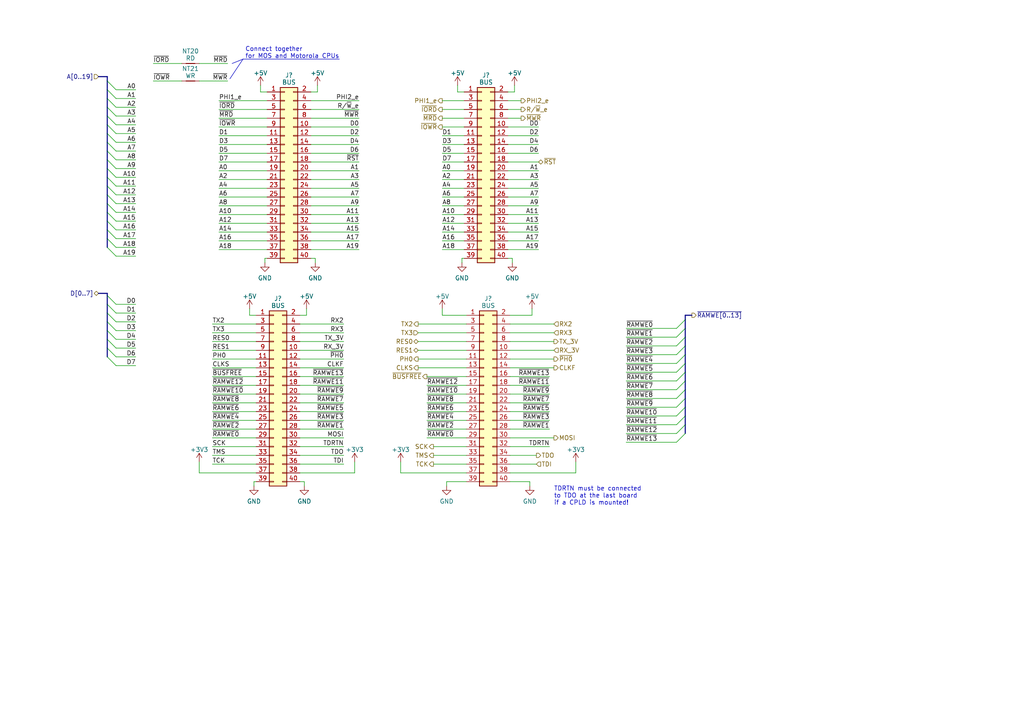
<source format=kicad_sch>
(kicad_sch (version 20230121) (generator eeschema)
  (paper "A4")
  (title_block (title "Unicomp v2 - empty CPU Board") (date "2023-07-06") (rev "v1") (company "100% Offner") (comment 1 "v1: Initial"))
  (lib_symbols
    (symbol "Connector_Generic:Conn_02x20_Odd_Even" (pin_names (offset 1.016) hide)
      (property "Reference" "J" (at 1.27 25.4 0))
      (property "Value" "Conn_02x20_Odd_Even" (at 1.27 -27.94 0))
      (symbol "Conn_02x20_Odd_Even_1_1"
        (rectangle (start -1.27 -25.273) (end 0 -25.527) (stroke (width 0.1524)))
        (rectangle (start -1.27 -22.733) (end 0 -22.987) (stroke (width 0.1524)))
        (rectangle (start -1.27 -20.193) (end 0 -20.447) (stroke (width 0.1524)))
        (rectangle (start -1.27 -17.653) (end 0 -17.907) (stroke (width 0.1524)))
        (rectangle (start -1.27 -15.113) (end 0 -15.367) (stroke (width 0.1524)))
        (rectangle (start -1.27 -12.573) (end 0 -12.827) (stroke (width 0.1524)))
        (rectangle (start -1.27 -10.033) (end 0 -10.287) (stroke (width 0.1524)))
        (rectangle (start -1.27 -7.493) (end 0 -7.747) (stroke (width 0.1524)))
        (rectangle (start -1.27 -4.953) (end 0 -5.207) (stroke (width 0.1524)))
        (rectangle (start -1.27 -2.413) (end 0 -2.667) (stroke (width 0.1524)))
        (rectangle (start -1.27 0.127) (end 0 -0.127) (stroke (width 0.1524)))
        (rectangle (start -1.27 2.667) (end 0 2.413) (stroke (width 0.1524)))
        (rectangle (start -1.27 5.207) (end 0 4.953) (stroke (width 0.1524)))
        (rectangle (start -1.27 7.747) (end 0 7.493) (stroke (width 0.1524)))
        (rectangle (start -1.27 10.287) (end 0 10.033) (stroke (width 0.1524)))
        (rectangle (start -1.27 12.827) (end 0 12.573) (stroke (width 0.1524)))
        (rectangle (start -1.27 15.367) (end 0 15.113) (stroke (width 0.1524)))
        (rectangle (start -1.27 17.907) (end 0 17.653) (stroke (width 0.1524)))
        (rectangle (start -1.27 20.447) (end 0 20.193) (stroke (width 0.1524)))
        (rectangle (start -1.27 22.987) (end 0 22.733) (stroke (width 0.1524)))
        (rectangle (start -1.27 24.13) (end 3.81 -26.67) (stroke (width 0.254)) (fill (type background)))
        (rectangle (start 3.81 -25.273) (end 2.54 -25.527) (stroke (width 0.1524)))
        (rectangle (start 3.81 -22.733) (end 2.54 -22.987) (stroke (width 0.1524)))
        (rectangle (start 3.81 -20.193) (end 2.54 -20.447) (stroke (width 0.1524)))
        (rectangle (start 3.81 -17.653) (end 2.54 -17.907) (stroke (width 0.1524)))
        (rectangle (start 3.81 -15.113) (end 2.54 -15.367) (stroke (width 0.1524)))
        (rectangle (start 3.81 -12.573) (end 2.54 -12.827) (stroke (width 0.1524)))
        (rectangle (start 3.81 -10.033) (end 2.54 -10.287) (stroke (width 0.1524)))
        (rectangle (start 3.81 -7.493) (end 2.54 -7.747) (stroke (width 0.1524)))
        (rectangle (start 3.81 -4.953) (end 2.54 -5.207) (stroke (width 0.1524)))
        (rectangle (start 3.81 -2.413) (end 2.54 -2.667) (stroke (width 0.1524)))
        (rectangle (start 3.81 0.127) (end 2.54 -0.127) (stroke (width 0.1524)))
        (rectangle (start 3.81 2.667) (end 2.54 2.413) (stroke (width 0.1524)))
        (rectangle (start 3.81 5.207) (end 2.54 4.953) (stroke (width 0.1524)))
        (rectangle (start 3.81 7.747) (end 2.54 7.493) (stroke (width 0.1524)))
        (rectangle (start 3.81 10.287) (end 2.54 10.033) (stroke (width 0.1524)))
        (rectangle (start 3.81 12.827) (end 2.54 12.573) (stroke (width 0.1524)))
        (rectangle (start 3.81 15.367) (end 2.54 15.113) (stroke (width 0.1524)))
        (rectangle (start 3.81 17.907) (end 2.54 17.653) (stroke (width 0.1524)))
        (rectangle (start 3.81 20.447) (end 2.54 20.193) (stroke (width 0.1524)))
        (rectangle (start 3.81 22.987) (end 2.54 22.733) (stroke (width 0.1524)))
        (pin passive line (at -5.08 22.86 0) (length 3.81) (name "Pin_1") (number "1"))
        (pin passive line (at 7.62 12.7 180) (length 3.81) (name "Pin_10") (number "10"))
        (pin passive line (at -5.08 10.16 0) (length 3.81) (name "Pin_11") (number "11"))
        (pin passive line (at 7.62 10.16 180) (length 3.81) (name "Pin_12") (number "12"))
        (pin passive line (at -5.08 7.62 0) (length 3.81) (name "Pin_13") (number "13"))
        (pin passive line (at 7.62 7.62 180) (length 3.81) (name "Pin_14") (number "14"))
        (pin passive line (at -5.08 5.08 0) (length 3.81) (name "Pin_15") (number "15"))
        (pin passive line (at 7.62 5.08 180) (length 3.81) (name "Pin_16") (number "16"))
        (pin passive line (at -5.08 2.54 0) (length 3.81) (name "Pin_17") (number "17"))
        (pin passive line (at 7.62 2.54 180) (length 3.81) (name "Pin_18") (number "18"))
        (pin passive line (at -5.08 0 0) (length 3.81) (name "Pin_19") (number "19"))
        (pin passive line (at 7.62 22.86 180) (length 3.81) (name "Pin_2") (number "2"))
        (pin passive line (at 7.62 0 180) (length 3.81) (name "Pin_20") (number "20"))
        (pin passive line (at -5.08 -2.54 0) (length 3.81) (name "Pin_21") (number "21"))
        (pin passive line (at 7.62 -2.54 180) (length 3.81) (name "Pin_22") (number "22"))
        (pin passive line (at -5.08 -5.08 0) (length 3.81) (name "Pin_23") (number "23"))
        (pin passive line (at 7.62 -5.08 180) (length 3.81) (name "Pin_24") (number "24"))
        (pin passive line (at -5.08 -7.62 0) (length 3.81) (name "Pin_25") (number "25"))
        (pin passive line (at 7.62 -7.62 180) (length 3.81) (name "Pin_26") (number "26"))
        (pin passive line (at -5.08 -10.16 0) (length 3.81) (name "Pin_27") (number "27"))
        (pin passive line (at 7.62 -10.16 180) (length 3.81) (name "Pin_28") (number "28"))
        (pin passive line (at -5.08 -12.7 0) (length 3.81) (name "Pin_29") (number "29"))
        (pin passive line (at -5.08 20.32 0) (length 3.81) (name "Pin_3") (number "3"))
        (pin passive line (at 7.62 -12.7 180) (length 3.81) (name "Pin_30") (number "30"))
        (pin passive line (at -5.08 -15.24 0) (length 3.81) (name "Pin_31") (number "31"))
        (pin passive line (at 7.62 -15.24 180) (length 3.81) (name "Pin_32") (number "32"))
        (pin passive line (at -5.08 -17.78 0) (length 3.81) (name "Pin_33") (number "33"))
        (pin passive line (at 7.62 -17.78 180) (length 3.81) (name "Pin_34") (number "34"))
        (pin passive line (at -5.08 -20.32 0) (length 3.81) (name "Pin_35") (number "35"))
        (pin passive line (at 7.62 -20.32 180) (length 3.81) (name "Pin_36") (number "36"))
        (pin passive line (at -5.08 -22.86 0) (length 3.81) (name "Pin_37") (number "37"))
        (pin passive line (at 7.62 -22.86 180) (length 3.81) (name "Pin_38") (number "38"))
        (pin passive line (at -5.08 -25.4 0) (length 3.81) (name "Pin_39") (number "39"))
        (pin passive line (at 7.62 20.32 180) (length 3.81) (name "Pin_4") (number "4"))
        (pin passive line (at 7.62 -25.4 180) (length 3.81) (name "Pin_40") (number "40"))
        (pin passive line (at -5.08 17.78 0) (length 3.81) (name "Pin_5") (number "5"))
        (pin passive line (at 7.62 17.78 180) (length 3.81) (name "Pin_6") (number "6"))
        (pin passive line (at -5.08 15.24 0) (length 3.81) (name "Pin_7") (number "7"))
        (pin passive line (at 7.62 15.24 180) (length 3.81) (name "Pin_8") (number "8"))
        (pin passive line (at -5.08 12.7 0) (length 3.81) (name "Pin_9") (number "9"))
      )
    )
    (symbol "Device:NetTie_2" (pin_numbers hide) (pin_names (offset 0) hide) (in_bom no)
      (property "Reference" "NT" (at 0 1.27 0))
      (property "Value" "NetTie_2" (at 0 -1.27 0))
      (symbol "NetTie_2_0_1"
        (polyline (pts (xy -1.27 0) (xy 1.27 0)) (stroke (width 0.254)))
      )
      (symbol "NetTie_2_1_1"
        (pin passive line (at -2.54 0 0) (length 2.54) (name "1") (number "1"))
        (pin passive line (at 2.54 0 180) (length 2.54) (name "2") (number "2"))
      )
    )
    (symbol "power:+3V3" (power) (pin_names (offset 0))
      (property "Value" "+3V3" (at 0 3.556 0))
      (symbol "+3V3_0_1"
        (polyline (pts (xy -0.762 1.27) (xy 0 2.54)))
        (polyline (pts (xy 0 0) (xy 0 2.54)))
        (polyline (pts (xy 0 2.54) (xy 0.762 1.27)))
      )
      (symbol "+3V3_1_1"
        (pin power_in line (at 0 0 90) (length 0) hide (name "+3V3") (number "1"))
      )
    )
    (symbol "power:+5V" (power) (pin_names (offset 0))
      (property "Value" "+5V" (at 0 3.556 0))
      (symbol "+5V_0_1"
        (polyline (pts (xy -0.762 1.27) (xy 0 2.54)))
        (polyline (pts (xy 0 0) (xy 0 2.54)))
        (polyline (pts (xy 0 2.54) (xy 0.762 1.27)))
      )
      (symbol "+5V_1_1"
        (pin power_in line (at 0 0 90) (length 0) hide (name "+5V") (number "1"))
      )
    )
    (symbol "power:GND" (power) (pin_names (offset 0))
      (property "Value" "GND" (at 0 -3.81 0))
      (symbol "GND_0_1"
        (polyline (pts (xy 0 0) (xy 0 -1.27) (xy 1.27 -1.27) (xy 0 -2.54) (xy -1.27 -1.27) (xy 0 -1.27)))
      )
      (symbol "GND_1_1"
        (pin power_in line (at 0 0 270) (length 0) hide (name "GND") (number "1"))
      )
    )
  )
  (bus_entry (at 31.115 64.135) (size 2.54 2.54))
  (bus_entry (at 198.755 113.03) (size -2.54 2.54))
  (bus_entry (at 198.755 102.87) (size -2.54 2.54))
  (bus_entry (at 198.755 100.33) (size -2.54 2.54))
  (bus_entry (at 31.115 56.515) (size 2.54 2.54))
  (bus_entry (at 198.755 123.19) (size -2.54 2.54))
  (bus_entry (at 31.115 48.895) (size 2.54 2.54))
  (bus_entry (at 31.115 33.655) (size 2.54 2.54))
  (bus_entry (at 198.755 97.79) (size -2.54 2.54))
  (bus_entry (at 31.115 61.595) (size 2.54 2.54))
  (bus_entry (at 198.755 115.57) (size -2.54 2.54))
  (bus_entry (at 31.115 93.345) (size 2.54 2.54))
  (bus_entry (at 31.115 85.725) (size 2.54 2.54))
  (bus_entry (at 31.115 100.965) (size 2.54 2.54))
  (bus_entry (at 198.755 110.49) (size -2.54 2.54))
  (bus_entry (at 31.115 36.195) (size 2.54 2.54))
  (bus_entry (at 31.115 23.495) (size 2.54 2.54))
  (bus_entry (at 31.115 53.975) (size 2.54 2.54))
  (bus_entry (at 31.115 43.815) (size 2.54 2.54))
  (bus_entry (at 31.115 88.265) (size 2.54 2.54))
  (bus_entry (at 31.115 41.275) (size 2.54 2.54))
  (bus_entry (at 31.115 46.355) (size 2.54 2.54))
  (bus_entry (at 31.115 38.735) (size 2.54 2.54))
  (bus_entry (at 198.755 120.65) (size -2.54 2.54))
  (bus_entry (at 31.115 31.115) (size 2.54 2.54))
  (bus_entry (at 31.115 28.575) (size 2.54 2.54))
  (bus_entry (at 198.755 107.95) (size -2.54 2.54))
  (bus_entry (at 198.755 125.73) (size -2.54 2.54))
  (bus_entry (at 31.115 69.215) (size 2.54 2.54))
  (bus_entry (at 31.115 66.675) (size 2.54 2.54))
  (bus_entry (at 31.115 98.425) (size 2.54 2.54))
  (bus_entry (at 198.755 95.25) (size -2.54 2.54))
  (bus_entry (at 31.115 26.035) (size 2.54 2.54))
  (bus_entry (at 31.115 90.805) (size 2.54 2.54))
  (bus_entry (at 31.115 71.755) (size 2.54 2.54))
  (bus_entry (at 31.115 51.435) (size 2.54 2.54))
  (bus_entry (at 198.755 92.71) (size -2.54 2.54))
  (bus_entry (at 198.755 105.41) (size -2.54 2.54))
  (bus_entry (at 31.115 59.055) (size 2.54 2.54))
  (bus_entry (at 198.755 118.11) (size -2.54 2.54))
  (bus_entry (at 31.115 95.885) (size 2.54 2.54))
  (bus_entry (at 31.115 103.505) (size 2.54 2.54))
  (wire (pts (xy 116.205 137.16) (xy 135.255 137.16)))
  (wire (pts (xy 147.955 99.06) (xy 160.655 99.06)))
  (wire (pts (xy 61.595 129.54) (xy 74.295 129.54)))
  (wire (pts (xy 147.955 127) (xy 160.655 127)))
  (wire (pts (xy 39.37 93.345) (xy 33.655 93.345)))
  (wire (pts (xy 61.595 121.92) (xy 74.295 121.92)))
  (wire (pts (xy 128.27 41.91) (xy 134.62 41.91)))
  (wire (pts (xy 181.61 95.25) (xy 196.215 95.25)))
  (bus (pts (xy 198.755 102.87) (xy 198.755 105.41)))
  (wire (pts (xy 73.66 140.97) (xy 73.66 139.7)))
  (wire (pts (xy 72.39 89.535) (xy 72.39 91.44)))
  (wire (pts (xy 147.955 119.38) (xy 159.385 119.38)))
  (wire (pts (xy 147.955 104.14) (xy 160.655 104.14)))
  (bus (pts (xy 31.115 93.345) (xy 31.115 90.805)))
  (wire (pts (xy 147.955 132.08) (xy 155.575 132.08)))
  (wire (pts (xy 86.995 106.68) (xy 99.695 106.68)))
  (bus (pts (xy 31.115 31.115) (xy 31.115 28.575)))
  (wire (pts (xy 88.9 89.535) (xy 88.9 91.44)))
  (wire (pts (xy 91.44 74.93) (xy 90.17 74.93)))
  (wire (pts (xy 147.955 114.3) (xy 159.385 114.3)))
  (wire (pts (xy 128.27 44.45) (xy 134.62 44.45)))
  (wire (pts (xy 63.5 29.21) (xy 77.47 29.21)))
  (wire (pts (xy 86.995 129.54) (xy 99.695 129.54)))
  (bus (pts (xy 198.755 97.79) (xy 198.755 100.33)))
  (wire (pts (xy 39.37 106.045) (xy 33.655 106.045)))
  (wire (pts (xy 128.27 39.37) (xy 134.62 39.37)))
  (bus (pts (xy 198.755 113.03) (xy 198.755 115.57)))
  (wire (pts (xy 63.5 64.77) (xy 77.47 64.77)))
  (wire (pts (xy 86.995 116.84) (xy 99.695 116.84)))
  (wire (pts (xy 39.37 69.215) (xy 33.655 69.215)))
  (bus (pts (xy 198.755 118.11) (xy 198.755 120.65)))
  (wire (pts (xy 86.995 137.16) (xy 102.87 137.16)))
  (wire (pts (xy 147.32 64.77) (xy 156.21 64.77)))
  (bus (pts (xy 198.755 115.57) (xy 198.755 118.11)))
  (wire (pts (xy 128.27 91.44) (xy 135.255 91.44)))
  (wire (pts (xy 147.32 54.61) (xy 156.21 54.61)))
  (wire (pts (xy 133.985 74.93) (xy 134.62 74.93)))
  (wire (pts (xy 90.17 64.77) (xy 104.14 64.77)))
  (wire (pts (xy 149.225 26.67) (xy 147.32 26.67)))
  (wire (pts (xy 61.595 119.38) (xy 74.295 119.38)))
  (wire (pts (xy 91.44 76.2) (xy 91.44 74.93)))
  (wire (pts (xy 90.17 59.69) (xy 104.14 59.69)))
  (wire (pts (xy 88.265 140.97) (xy 88.265 139.7)))
  (bus (pts (xy 31.115 69.215) (xy 31.115 66.675)))
  (wire (pts (xy 129.54 139.7) (xy 135.255 139.7)))
  (wire (pts (xy 63.5 36.83) (xy 77.47 36.83)))
  (wire (pts (xy 63.5 39.37) (xy 77.47 39.37)))
  (wire (pts (xy 86.995 99.06) (xy 99.695 99.06)))
  (wire (pts (xy 147.955 101.6) (xy 160.655 101.6)))
  (wire (pts (xy 128.27 69.85) (xy 134.62 69.85)))
  (bus (pts (xy 31.115 71.755) (xy 31.115 69.215)))
  (wire (pts (xy 148.59 76.2) (xy 148.59 74.93)))
  (bus (pts (xy 31.115 100.965) (xy 31.115 98.425)))
  (wire (pts (xy 61.595 109.22) (xy 74.295 109.22)))
  (wire (pts (xy 181.61 100.33) (xy 196.215 100.33)))
  (wire (pts (xy 123.825 116.84) (xy 135.255 116.84)))
  (wire (pts (xy 86.995 119.38) (xy 99.695 119.38)))
  (wire (pts (xy 147.955 109.22) (xy 159.385 109.22)))
  (bus (pts (xy 31.115 90.805) (xy 31.115 88.265)))
  (wire (pts (xy 128.27 46.99) (xy 134.62 46.99)))
  (wire (pts (xy 75.565 24.765) (xy 75.565 26.67)))
  (wire (pts (xy 147.955 116.84) (xy 159.385 116.84)))
  (wire (pts (xy 128.27 31.75) (xy 134.62 31.75)))
  (wire (pts (xy 86.995 134.62) (xy 99.695 134.62)))
  (wire (pts (xy 39.37 36.195) (xy 33.655 36.195)))
  (bus (pts (xy 200.66 91.44) (xy 198.755 91.44)))
  (wire (pts (xy 39.37 56.515) (xy 33.655 56.515)))
  (wire (pts (xy 153.67 139.7) (xy 147.955 139.7)))
  (wire (pts (xy 39.37 61.595) (xy 33.655 61.595)))
  (wire (pts (xy 149.225 24.765) (xy 149.225 26.67)))
  (wire (pts (xy 147.32 67.31) (xy 156.21 67.31)))
  (wire (pts (xy 128.27 57.15) (xy 134.62 57.15)))
  (wire (pts (xy 39.37 51.435) (xy 33.655 51.435)))
  (wire (pts (xy 90.17 36.83) (xy 104.14 36.83)))
  (wire (pts (xy 61.595 93.98) (xy 74.295 93.98)))
  (wire (pts (xy 76.835 74.93) (xy 77.47 74.93)))
  (wire (pts (xy 39.37 48.895) (xy 33.655 48.895)))
  (bus (pts (xy 31.115 43.815) (xy 31.115 41.275)))
  (wire (pts (xy 92.075 24.765) (xy 92.075 26.67)))
  (wire (pts (xy 86.995 96.52) (xy 99.695 96.52)))
  (wire (pts (xy 90.17 31.75) (xy 104.14 31.75)))
  (bus (pts (xy 198.755 91.44) (xy 198.755 92.71)))
  (bus (pts (xy 31.115 88.265) (xy 31.115 85.725)))
  (wire (pts (xy 39.37 90.805) (xy 33.655 90.805)))
  (wire (pts (xy 61.595 101.6) (xy 74.295 101.6)))
  (wire (pts (xy 129.54 140.97) (xy 129.54 139.7)))
  (wire (pts (xy 39.37 66.675) (xy 33.655 66.675)))
  (wire (pts (xy 147.32 41.91) (xy 156.21 41.91)))
  (wire (pts (xy 181.61 128.27) (xy 196.215 128.27)))
  (wire (pts (xy 147.32 39.37) (xy 156.21 39.37)))
  (wire (pts (xy 39.37 46.355) (xy 33.655 46.355)))
  (wire (pts (xy 128.27 59.69) (xy 134.62 59.69)))
  (wire (pts (xy 39.37 98.425) (xy 33.655 98.425)))
  (wire (pts (xy 147.955 106.68) (xy 160.655 106.68)))
  (wire (pts (xy 39.37 38.735) (xy 33.655 38.735)))
  (wire (pts (xy 125.73 129.54) (xy 135.255 129.54)))
  (wire (pts (xy 128.27 36.83) (xy 134.62 36.83)))
  (wire (pts (xy 128.27 52.07) (xy 134.62 52.07)))
  (wire (pts (xy 39.37 33.655) (xy 33.655 33.655)))
  (wire (pts (xy 63.5 31.75) (xy 77.47 31.75)))
  (wire (pts (xy 61.595 114.3) (xy 74.295 114.3)))
  (wire (pts (xy 86.995 114.3) (xy 99.695 114.3)))
  (wire (pts (xy 132.715 26.67) (xy 134.62 26.67)))
  (wire (pts (xy 181.61 105.41) (xy 196.215 105.41)))
  (wire (pts (xy 181.61 123.19) (xy 196.215 123.19)))
  (bus (pts (xy 31.115 38.735) (xy 31.115 36.195)))
  (wire (pts (xy 63.5 52.07) (xy 77.47 52.07)))
  (wire (pts (xy 86.995 111.76) (xy 99.695 111.76)))
  (bus (pts (xy 31.115 95.885) (xy 31.115 93.345)))
  (wire (pts (xy 39.37 43.815) (xy 33.655 43.815)))
  (wire (pts (xy 181.61 107.95) (xy 196.215 107.95)))
  (wire (pts (xy 147.32 72.39) (xy 156.21 72.39)))
  (wire (pts (xy 76.835 76.2) (xy 76.835 74.93)))
  (wire (pts (xy 63.5 72.39) (xy 77.47 72.39)))
  (wire (pts (xy 154.305 89.535) (xy 154.305 91.44)))
  (wire (pts (xy 102.87 133.985) (xy 102.87 137.16)))
  (wire (pts (xy 125.73 134.62) (xy 135.255 134.62)))
  (wire (pts (xy 90.17 69.85) (xy 104.14 69.85)))
  (wire (pts (xy 63.5 62.23) (xy 77.47 62.23)))
  (wire (pts (xy 181.61 97.79) (xy 196.215 97.79)))
  (wire (pts (xy 86.995 132.08) (xy 99.695 132.08)))
  (wire (pts (xy 63.5 59.69) (xy 77.47 59.69)))
  (wire (pts (xy 181.61 110.49) (xy 196.215 110.49)))
  (bus (pts (xy 198.755 110.49) (xy 198.755 113.03)))
  (wire (pts (xy 121.285 96.52) (xy 135.255 96.52)))
  (wire (pts (xy 123.825 127) (xy 135.255 127)))
  (wire (pts (xy 90.17 57.15) (xy 104.14 57.15)))
  (wire (pts (xy 128.27 62.23) (xy 134.62 62.23)))
  (bus (pts (xy 31.115 51.435) (xy 31.115 48.895)))
  (bus (pts (xy 31.115 53.975) (xy 31.115 51.435)))
  (wire (pts (xy 39.37 64.135) (xy 33.655 64.135)))
  (wire (pts (xy 128.27 34.29) (xy 134.62 34.29)))
  (wire (pts (xy 181.61 102.87) (xy 196.215 102.87)))
  (wire (pts (xy 44.45 23.495) (xy 52.705 23.495)))
  (wire (pts (xy 63.5 54.61) (xy 77.47 54.61)))
  (bus (pts (xy 31.115 48.895) (xy 31.115 46.355)))
  (wire (pts (xy 61.595 116.84) (xy 74.295 116.84)))
  (wire (pts (xy 147.32 62.23) (xy 156.21 62.23)))
  (wire (pts (xy 39.37 100.965) (xy 33.655 100.965)))
  (wire (pts (xy 123.825 121.92) (xy 135.255 121.92)))
  (bus (pts (xy 31.115 28.575) (xy 31.115 26.035)))
  (wire (pts (xy 128.27 67.31) (xy 134.62 67.31)))
  (wire (pts (xy 39.37 88.265) (xy 33.655 88.265)))
  (bus (pts (xy 31.115 85.09) (xy 28.575 85.09)))
  (wire (pts (xy 63.5 34.29) (xy 77.47 34.29)))
  (wire (pts (xy 147.32 34.29) (xy 151.13 34.29)))
  (bus (pts (xy 198.755 100.33) (xy 198.755 102.87)))
  (wire (pts (xy 123.825 124.46) (xy 135.255 124.46)))
  (wire (pts (xy 61.595 127) (xy 74.295 127)))
  (wire (pts (xy 63.5 46.99) (xy 77.47 46.99)))
  (wire (pts (xy 147.955 129.54) (xy 159.385 129.54)))
  (wire (pts (xy 147.32 29.21) (xy 151.13 29.21)))
  (wire (pts (xy 72.39 91.44) (xy 74.295 91.44)))
  (wire (pts (xy 75.565 26.67) (xy 77.47 26.67)))
  (wire (pts (xy 147.32 59.69) (xy 156.21 59.69)))
  (wire (pts (xy 133.985 76.2) (xy 133.985 74.93)))
  (wire (pts (xy 86.995 104.14) (xy 99.695 104.14)))
  (wire (pts (xy 147.32 44.45) (xy 156.21 44.45)))
  (wire (pts (xy 128.27 72.39) (xy 134.62 72.39)))
  (wire (pts (xy 86.995 101.6) (xy 99.695 101.6)))
  (wire (pts (xy 121.285 99.06) (xy 135.255 99.06)))
  (wire (pts (xy 123.825 114.3) (xy 135.255 114.3)))
  (wire (pts (xy 181.61 118.11) (xy 196.215 118.11)))
  (wire (pts (xy 90.17 44.45) (xy 104.14 44.45)))
  (wire (pts (xy 86.995 127) (xy 99.695 127)))
  (bus (pts (xy 198.755 92.71) (xy 198.755 95.25)))
  (wire (pts (xy 123.825 119.38) (xy 135.255 119.38)))
  (wire (pts (xy 181.61 115.57) (xy 196.215 115.57)))
  (wire (pts (xy 73.66 139.7) (xy 74.295 139.7)))
  (wire (pts (xy 147.32 36.83) (xy 156.21 36.83)))
  (bus (pts (xy 31.115 56.515) (xy 31.115 53.975)))
  (wire (pts (xy 63.5 69.85) (xy 77.47 69.85)))
  (wire (pts (xy 39.37 31.115) (xy 33.655 31.115)))
  (wire (pts (xy 121.285 101.6) (xy 135.255 101.6)))
  (wire (pts (xy 125.73 132.08) (xy 135.255 132.08)))
  (bus (pts (xy 198.755 95.25) (xy 198.755 97.79)))
  (wire (pts (xy 147.955 137.16) (xy 167.005 137.16)))
  (wire (pts (xy 90.17 62.23) (xy 104.14 62.23)))
  (bus (pts (xy 198.755 105.41) (xy 198.755 107.95)))
  (wire (pts (xy 57.785 133.985) (xy 57.785 137.16)))
  (wire (pts (xy 147.955 96.52) (xy 160.655 96.52)))
  (wire (pts (xy 90.17 49.53) (xy 104.14 49.53)))
  (bus (pts (xy 31.115 46.355) (xy 31.115 43.815)))
  (wire (pts (xy 181.61 125.73) (xy 196.215 125.73)))
  (bus (pts (xy 198.755 123.19) (xy 198.755 125.73)))
  (wire (pts (xy 92.075 26.67) (xy 90.17 26.67)))
  (wire (pts (xy 61.595 96.52) (xy 74.295 96.52)))
  (wire (pts (xy 116.205 133.985) (xy 116.205 137.16)))
  (polyline (pts (xy 66.675 22.86) (xy 70.485 17.145)))
  (wire (pts (xy 153.67 140.97) (xy 153.67 139.7)))
  (wire (pts (xy 128.27 54.61) (xy 134.62 54.61)))
  (polyline (pts (xy 67.31 18.415) (xy 70.485 17.145)))
  (wire (pts (xy 167.005 133.985) (xy 167.005 137.16)))
  (wire (pts (xy 63.5 67.31) (xy 77.47 67.31)))
  (wire (pts (xy 86.995 124.46) (xy 99.695 124.46)))
  (wire (pts (xy 39.37 74.295) (xy 33.655 74.295)))
  (wire (pts (xy 63.5 41.91) (xy 77.47 41.91)))
  (wire (pts (xy 39.37 59.055) (xy 33.655 59.055)))
  (wire (pts (xy 63.5 44.45) (xy 77.47 44.45)))
  (polyline (pts (xy 98.425 17.145) (xy 70.485 17.145)))
  (wire (pts (xy 147.955 134.62) (xy 155.575 134.62)))
  (wire (pts (xy 57.785 137.16) (xy 74.295 137.16)))
  (wire (pts (xy 128.27 89.535) (xy 128.27 91.44)))
  (bus (pts (xy 198.755 107.95) (xy 198.755 110.49)))
  (wire (pts (xy 39.37 95.885) (xy 33.655 95.885)))
  (wire (pts (xy 39.37 103.505) (xy 33.655 103.505)))
  (wire (pts (xy 147.32 31.75) (xy 151.13 31.75)))
  (wire (pts (xy 123.825 109.22) (xy 135.255 109.22)))
  (bus (pts (xy 31.115 36.195) (xy 31.115 33.655)))
  (wire (pts (xy 57.785 18.415) (xy 66.04 18.415)))
  (wire (pts (xy 90.17 41.91) (xy 104.14 41.91)))
  (wire (pts (xy 63.5 57.15) (xy 77.47 57.15)))
  (wire (pts (xy 148.59 74.93) (xy 147.32 74.93)))
  (wire (pts (xy 181.61 113.03) (xy 196.215 113.03)))
  (wire (pts (xy 90.17 39.37) (xy 104.14 39.37)))
  (wire (pts (xy 90.17 34.29) (xy 104.14 34.29)))
  (wire (pts (xy 39.37 41.275) (xy 33.655 41.275)))
  (wire (pts (xy 147.955 111.76) (xy 159.385 111.76)))
  (wire (pts (xy 128.27 64.77) (xy 134.62 64.77)))
  (wire (pts (xy 39.37 28.575) (xy 33.655 28.575)))
  (wire (pts (xy 123.825 111.76) (xy 135.255 111.76)))
  (wire (pts (xy 61.595 132.08) (xy 74.295 132.08)))
  (bus (pts (xy 31.115 59.055) (xy 31.115 56.515)))
  (bus (pts (xy 31.115 61.595) (xy 31.115 64.135)))
  (wire (pts (xy 147.955 93.98) (xy 160.655 93.98)))
  (wire (pts (xy 61.595 111.76) (xy 74.295 111.76)))
  (wire (pts (xy 147.32 46.99) (xy 156.21 46.99)))
  (bus (pts (xy 31.115 41.275) (xy 31.115 38.735)))
  (wire (pts (xy 128.27 29.21) (xy 134.62 29.21)))
  (wire (pts (xy 121.285 93.98) (xy 135.255 93.98)))
  (wire (pts (xy 61.595 124.46) (xy 74.295 124.46)))
  (bus (pts (xy 31.115 26.035) (xy 31.115 23.495)))
  (wire (pts (xy 61.595 99.06) (xy 74.295 99.06)))
  (wire (pts (xy 86.995 109.22) (xy 99.695 109.22)))
  (wire (pts (xy 57.785 23.495) (xy 66.04 23.495)))
  (wire (pts (xy 147.32 57.15) (xy 156.21 57.15)))
  (bus (pts (xy 31.115 61.595) (xy 31.115 59.055)))
  (bus (pts (xy 31.115 64.135) (xy 31.115 66.675)))
  (wire (pts (xy 86.995 121.92) (xy 99.695 121.92)))
  (wire (pts (xy 147.955 124.46) (xy 159.385 124.46)))
  (wire (pts (xy 88.265 139.7) (xy 86.995 139.7)))
  (bus (pts (xy 198.755 120.65) (xy 198.755 123.19)))
  (bus (pts (xy 31.115 23.495) (xy 31.115 22.225)))
  (wire (pts (xy 132.715 24.765) (xy 132.715 26.67)))
  (wire (pts (xy 147.32 69.85) (xy 156.21 69.85)))
  (wire (pts (xy 44.45 18.415) (xy 52.705 18.415)))
  (wire (pts (xy 88.9 91.44) (xy 86.995 91.44)))
  (wire (pts (xy 61.595 106.68) (xy 74.295 106.68)))
  (bus (pts (xy 31.115 98.425) (xy 31.115 95.885)))
  (wire (pts (xy 90.17 67.31) (xy 104.14 67.31)))
  (wire (pts (xy 63.5 49.53) (xy 77.47 49.53)))
  (wire (pts (xy 61.595 104.14) (xy 74.295 104.14)))
  (wire (pts (xy 90.17 29.21) (xy 104.14 29.21)))
  (wire (pts (xy 121.285 104.14) (xy 135.255 104.14)))
  (wire (pts (xy 61.595 134.62) (xy 74.295 134.62)))
  (wire (pts (xy 90.17 52.07) (xy 104.14 52.07)))
  (wire (pts (xy 90.17 54.61) (xy 104.14 54.61)))
  (wire (pts (xy 121.285 106.68) (xy 135.255 106.68)))
  (wire (pts (xy 128.27 49.53) (xy 134.62 49.53)))
  (wire (pts (xy 39.37 26.035) (xy 33.655 26.035)))
  (bus (pts (xy 31.115 85.725) (xy 31.115 85.09)))
  (bus (pts (xy 31.115 103.505) (xy 31.115 100.965)))
  (wire (pts (xy 90.17 72.39) (xy 104.14 72.39)))
  (wire (pts (xy 147.32 52.07) (xy 156.21 52.07)))
  (wire (pts (xy 154.305 91.44) (xy 147.955 91.44)))
  (wire (pts (xy 90.17 46.99) (xy 104.14 46.99)))
  (wire (pts (xy 86.995 93.98) (xy 99.695 93.98)))
  (wire (pts (xy 181.61 120.65) (xy 196.215 120.65)))
  (wire (pts (xy 147.955 121.92) (xy 159.385 121.92)))
  (bus (pts (xy 31.115 22.225) (xy 28.575 22.225)))
  (wire (pts (xy 147.32 49.53) (xy 156.21 49.53)))
  (wire (pts (xy 39.37 71.755) (xy 33.655 71.755)))
  (wire (pts (xy 39.37 53.975) (xy 33.655 53.975)))
  (bus (pts (xy 31.115 33.655) (xy 31.115 31.115)))
  (text "Connect together\nfor MOS and Motorola CPUs" (at 71.12 17.145 0) (effects (font (size 1.27 1.27)) (justify left bottom)))
  (text "TDRTN must be connected \nto TDO at the last board\nif a CPLD is mounted!" (at 160.655 146.685 0) (effects (font (size 1.27 1.27)) (justify left bottom)))
  (label "A12" (at 63.5 64.77 0))
  (label "RX3" (at 99.695 96.52 180))
  (label "A8" (at 128.27 59.69 0))
  (label "A15" (at 156.21 67.31 180))
  (label "A0" (at 128.27 49.53 0))
  (label "~{RAMWE12}" (at 123.825 111.76 0))
  (label "~{RAMWE0}" (at 61.595 127 0))
  (label "~{MRD}" (at 66.04 18.415 180))
  (label "A0" (at 39.37 26.035 180))
  (label "~{RAMWE4}" (at 181.61 105.41 0))
  (label "~{RAMWE7}" (at 159.385 116.84 180))
  (label "RX_3V" (at 99.695 101.6 180))
  (label "A8" (at 63.5 59.69 0))
  (label "RES0" (at 61.595 99.06 0))
  (label "~{RAMWE9}" (at 159.385 114.3 180))
  (label "A6" (at 63.5 57.15 0))
  (label "~{RAMWE11}" (at 99.695 111.76 180))
  (label "~{RAMWE6}" (at 181.61 110.49 0))
  (label "~{RAMWE10}" (at 123.825 114.3 0))
  (label "~{IORD}" (at 44.45 18.415 0))
  (label "RX2" (at 99.695 93.98 180))
  (label "A14" (at 128.27 67.31 0))
  (label "D7" (at 63.5 46.99 0))
  (label "D2" (at 39.37 93.345 180))
  (label "D7" (at 39.37 106.045 180))
  (label "A2" (at 63.5 52.07 0))
  (label "A13" (at 104.14 64.77 180))
  (label "A12" (at 128.27 64.77 0))
  (label "~{RAMWE8}" (at 123.825 116.84 0))
  (label "A5" (at 39.37 38.735 180))
  (label "A15" (at 39.37 64.135 180))
  (label "~{RAMWE8}" (at 181.61 115.57 0))
  (label "A9" (at 39.37 48.895 180))
  (label "~{PH0}" (at 99.695 104.14 180))
  (label "A17" (at 39.37 69.215 180))
  (label "~{RAMWE13}" (at 159.385 109.22 180))
  (label "TX3" (at 61.595 96.52 0))
  (label "A2" (at 128.27 52.07 0))
  (label "D6" (at 156.21 44.45 180))
  (label "~{RAMWE5}" (at 159.385 119.38 180))
  (label "D7" (at 128.27 46.99 0))
  (label "A16" (at 39.37 66.675 180))
  (label "~{RAMWE2}" (at 61.595 124.46 0))
  (label "A1" (at 156.21 49.53 180))
  (label "D5" (at 39.37 100.965 180))
  (label "~{BUSFREE}" (at 61.595 109.22 0))
  (label "D2" (at 156.21 39.37 180))
  (label "A11" (at 39.37 53.975 180))
  (label "A11" (at 104.14 62.23 180))
  (label "~{RAMWE3}" (at 159.385 121.92 180))
  (label "D4" (at 104.14 41.91 180))
  (label "TCK" (at 61.595 134.62 0))
  (label "A19" (at 156.21 72.39 180))
  (label "TDRTN" (at 99.695 129.54 180))
  (label "A5" (at 156.21 54.61 180))
  (label "~{RAMWE4}" (at 123.825 121.92 0))
  (label "A19" (at 104.14 72.39 180))
  (label "~{RAMWE13}" (at 181.61 128.27 0))
  (label "TDO" (at 99.695 132.08 180))
  (label "~{RAMWE10}" (at 61.595 114.3 0))
  (label "A7" (at 156.21 57.15 180))
  (label "A10" (at 39.37 51.435 180))
  (label "D2" (at 104.14 39.37 180))
  (label "~{RAMWE13}" (at 99.695 109.22 180))
  (label "A18" (at 63.5 72.39 0))
  (label "~{RAMWE1}" (at 159.385 124.46 180))
  (label "~{RAMWE2}" (at 181.61 100.33 0))
  (label "~{IORD}" (at 63.5 31.75 0))
  (label "RES1" (at 61.595 101.6 0))
  (label "~{RAMWE1}" (at 99.695 124.46 180))
  (label "A17" (at 104.14 69.85 180))
  (label "D0" (at 39.37 88.265 180))
  (label "~{RAMWE7}" (at 99.695 116.84 180))
  (label "A7" (at 39.37 43.815 180))
  (label "D0" (at 104.14 36.83 180))
  (label "A3" (at 104.14 52.07 180))
  (label "~{RAMWE6}" (at 61.595 119.38 0))
  (label "~{RAMWE5}" (at 99.695 119.38 180))
  (label "~{MWR}" (at 104.14 34.29 180))
  (label "~{RAMWE3}" (at 99.695 121.92 180))
  (label "A13" (at 156.21 64.77 180))
  (label "TDRTN" (at 159.385 129.54 180))
  (label "D3" (at 128.27 41.91 0))
  (label "~{RAMWE11}" (at 181.61 123.19 0))
  (label "A3" (at 39.37 33.655 180))
  (label "A11" (at 156.21 62.23 180))
  (label "A4" (at 128.27 54.61 0))
  (label "PH0" (at 61.595 104.14 0))
  (label "A6" (at 128.27 57.15 0))
  (label "A7" (at 104.14 57.15 180))
  (label "~{RAMWE6}" (at 123.825 119.38 0))
  (label "~{MWR}" (at 66.04 23.495 180))
  (label "A12" (at 39.37 56.515 180))
  (label "D1" (at 39.37 90.805 180))
  (label "~{RST}" (at 104.14 46.99 180))
  (label "MOSI" (at 99.695 127 180))
  (label "D1" (at 128.27 39.37 0))
  (label "D3" (at 39.37 95.885 180))
  (label "~{IOWR}" (at 63.5 36.83 0))
  (label "SCK" (at 61.595 129.54 0))
  (label "~{RAMWE9}" (at 181.61 118.11 0))
  (label "A4" (at 39.37 36.195 180))
  (label "~{RAMWE3}" (at 181.61 102.87 0))
  (label "~{RAMWE7}" (at 181.61 113.03 0))
  (label "~{RAMWE12}" (at 61.595 111.76 0))
  (label "D0" (at 156.21 36.83 180))
  (label "A14" (at 39.37 61.595 180))
  (label "TMS" (at 61.595 132.08 0))
  (label "TX_3V" (at 99.695 99.06 180))
  (label "D5" (at 63.5 44.45 0))
  (label "A2" (at 39.37 31.115 180))
  (label "~{RAMWE4}" (at 61.595 121.92 0))
  (label "A18" (at 39.37 71.755 180))
  (label "R{slash}~{W}_e" (at 104.14 31.75 180))
  (label "PHI2_e" (at 104.14 29.21 180))
  (label "~{IOWR}" (at 44.45 23.495 0))
  (label "D3" (at 63.5 41.91 0))
  (label "A13" (at 39.37 59.055 180))
  (label "A4" (at 63.5 54.61 0))
  (label "A16" (at 128.27 69.85 0))
  (label "~{RAMWE5}" (at 181.61 107.95 0))
  (label "A14" (at 63.5 67.31 0))
  (label "D4" (at 156.21 41.91 180))
  (label "CLKF" (at 99.695 106.68 180))
  (label "A3" (at 156.21 52.07 180))
  (label "~{RAMWE11}" (at 159.385 111.76 180))
  (label "~{RAMWE12}" (at 181.61 125.73 0))
  (label "~{RAMWE1}" (at 181.61 97.79 0))
  (label "~{RAMWE10}" (at 181.61 120.65 0))
  (label "A10" (at 128.27 62.23 0))
  (label "A1" (at 104.14 49.53 180))
  (label "D6" (at 39.37 103.505 180))
  (label "D4" (at 39.37 98.425 180))
  (label "~{RAMWE0}" (at 123.825 127 0))
  (label "D1" (at 63.5 39.37 0))
  (label "TDI" (at 99.695 134.62 180))
  (label "A9" (at 156.21 59.69 180))
  (label "A6" (at 39.37 41.275 180))
  (label "A0" (at 63.5 49.53 0))
  (label "A5" (at 104.14 54.61 180))
  (label "A18" (at 128.27 72.39 0))
  (label "~{RAMWE2}" (at 123.825 124.46 0))
  (label "D6" (at 104.14 44.45 180))
  (label "A16" (at 63.5 69.85 0))
  (label "~{MRD}" (at 63.5 34.29 0))
  (label "PHI1_e" (at 63.5 29.21 0))
  (label "D5" (at 128.27 44.45 0))
  (label "CLKS" (at 61.595 106.68 0))
  (label "A10" (at 63.5 62.23 0))
  (label "TX2" (at 61.595 93.98 0))
  (label "A19" (at 39.37 74.295 180))
  (label "~{RAMWE0}" (at 181.61 95.25 0))
  (label "A9" (at 104.14 59.69 180))
  (label "A15" (at 104.14 67.31 180))
  (label "A8" (at 39.37 46.355 180))
  (label "A1" (at 39.37 28.575 180))
  (label "~{RAMWE9}" (at 99.695 114.3 180))
  (label "~{RAMWE8}" (at 61.595 116.84 0))
  (label "A17" (at 156.21 69.85 180))
  (hierarchical_label "RES1" (shape bidirectional) (at 121.285 101.6 180))
  (hierarchical_label "TX2" (shape output) (at 121.285 93.98 180))
  (hierarchical_label "SCK" (shape output) (at 125.73 129.54 180))
  (hierarchical_label "CLKS" (shape output) (at 121.285 106.68 180))
  (hierarchical_label "~{BUSFREE}" (shape output) (at 123.825 109.22 180))
  (hierarchical_label "D[0..7]" (shape bidirectional) (at 28.575 85.09 180))
  (hierarchical_label "RX_3V" (shape input) (at 160.655 101.6 0))
  (hierarchical_label "~{IOWR}" (shape output) (at 128.27 36.83 180))
  (hierarchical_label "A[0..19]" (shape input) (at 28.575 22.225 180))
  (hierarchical_label "TDO" (shape output) (at 155.575 132.08 0))
  (hierarchical_label "RX2" (shape input) (at 160.655 93.98 0))
  (hierarchical_label "~{RST}" (shape bidirectional) (at 156.21 46.99 0))
  (hierarchical_label "TDI" (shape input) (at 155.575 134.62 0))
  (hierarchical_label "TX_3V" (shape output) (at 160.655 99.06 0))
  (hierarchical_label "PHI1_e" (shape output) (at 128.27 29.21 180))
  (hierarchical_label "TCK" (shape output) (at 125.73 134.62 180))
  (hierarchical_label "~{IORD}" (shape output) (at 128.27 31.75 180))
  (hierarchical_label "TMS" (shape output) (at 125.73 132.08 180))
  (hierarchical_label "~{MRD}" (shape output) (at 128.27 34.29 180))
  (hierarchical_label "PH0" (shape output) (at 121.285 104.14 180))
  (hierarchical_label "~{MWR}" (shape output) (at 151.13 34.29 0))
  (hierarchical_label "RES0" (shape bidirectional) (at 121.285 99.06 180))
  (hierarchical_label "RX3" (shape input) (at 160.655 96.52 0))
  (hierarchical_label "R{slash}~{W}_e" (shape output) (at 151.13 31.75 0))
  (hierarchical_label "MOSI" (shape output) (at 160.655 127 0))
  (hierarchical_label "~{RAMWE[0..13]}" (shape output) (at 200.66 91.44 0))
  (hierarchical_label "TX3" (shape input) (at 121.285 96.52 180))
  (hierarchical_label "CLKF" (shape output) (at 160.655 106.68 0))
  (hierarchical_label "PHI2_e" (shape output) (at 151.13 29.21 0))
  (hierarchical_label "~{PH0}" (shape output) (at 160.655 104.14 0))
  (symbol (lib_id "power:+3V3") (at 116.205 133.985 0) (unit 1)
    (property "Reference" "#PWR?" (effects hide))
    (property "Value" "+3V3" (at 116.205 130.4092 0))
    (instances (project "empty_CPU_board_w_CPLD" (path "" (reference "#PWR?") (unit 1)) (path "" (reference "#PWR017") (unit 1))))
  )
  (symbol (lib_id "power:GND") (at 153.67 140.97 0) (unit 1)
    (property "Reference" "#PWR?" (effects hide))
    (property "Value" "GND" (at 153.67 145.4134 0))
    (instances (project "empty_CPU_board_w_CPLD" (path "" (reference "#PWR?") (unit 1)) (path "" (reference "#PWR031") (unit 1))))
  )
  (symbol (lib_id "power:+3V3") (at 57.785 133.985 0) (unit 1)
    (property "Reference" "#PWR?" (effects hide))
    (property "Value" "+3V3" (at 57.785 130.4092 0))
    (instances (project "empty_CPU_board_w_CPLD" (path "" (reference "#PWR?") (unit 1)) (path "" (reference "#PWR013") (unit 1))))
  )
  (symbol (lib_id "power:GND") (at 88.265 140.97 0) (unit 1)
    (property "Reference" "#PWR?" (effects hide))
    (property "Value" "GND" (at 88.265 145.4134 0))
    (instances (project "empty_CPU_board_w_CPLD" (path "" (reference "#PWR?") (unit 1)) (path "" (reference "#PWR029") (unit 1))))
  )
  (symbol (lib_id "Connector_Generic:Conn_02x20_Odd_Even") (at 140.335 114.3 0) (unit 1)
    (property "Reference" "J?" (at 141.605 86.59 0))
    (property "Value" "BUS" (at 141.605 88.638 0))
    (property "Footprint" "Connector_PinSocket_2.54mm:PinSocket_2x20_P2.54mm_Vertical" (effects hide))
    (instances (project "empty_CPU_board_w_CPLD" (path "" (reference "J?") (unit 1)) (path "" (reference "J4") (unit 1))))
  )
  (symbol (lib_id "power:+3V3") (at 167.005 133.985 0) (unit 1)
    (property "Reference" "#PWR?" (effects hide))
    (property "Value" "+3V3" (at 167.005 130.4092 0))
    (instances (project "empty_CPU_board_w_CPLD" (path "" (reference "#PWR?") (unit 1)) (path "" (reference "#PWR027") (unit 1))))
  )
  (symbol (lib_id "power:GND") (at 76.835 76.2 0) (unit 1)
    (property "Reference" "#PWR?" (effects hide))
    (property "Value" "GND" (at 76.835 80.6434 0))
    (instances (project "empty_CPU_board_w_CPLD" (path "" (reference "#PWR?") (unit 1)) (path "" (reference "#PWR023") (unit 1))))
  )
  (symbol (lib_id "power:+5V") (at 75.565 24.765 0) (unit 1)
    (property "Reference" "#PWR?" (effects hide))
    (property "Value" "+5V" (at 75.565 21.1892 0))
    (instances (project "empty_CPU_board_w_CPLD" (path "" (reference "#PWR?") (unit 1)) (path "" (reference "#PWR019") (unit 1))))
  )
  (symbol (lib_id "power:GND") (at 129.54 140.97 0) (unit 1)
    (property "Reference" "#PWR?" (effects hide))
    (property "Value" "GND" (at 129.54 145.4134 0))
    (instances (project "empty_CPU_board_w_CPLD" (path "" (reference "#PWR?") (unit 1)) (path "" (reference "#PWR030") (unit 1))))
  )
  (symbol (lib_id "power:GND") (at 91.44 76.2 0) (unit 1)
    (property "Reference" "#PWR?" (effects hide))
    (property "Value" "GND" (at 91.44 80.6434 0))
    (instances (project "empty_CPU_board_w_CPLD" (path "" (reference "#PWR?") (unit 1)) (path "" (reference "#PWR024") (unit 1))))
  )
  (symbol (lib_id "power:+5V") (at 128.27 89.535 0) (unit 1)
    (property "Reference" "#PWR?" (effects hide))
    (property "Value" "+5V" (at 128.27 85.9592 0))
    (instances (project "empty_CPU_board_w_CPLD" (path "" (reference "#PWR?") (unit 1)) (path "" (reference "#PWR010") (unit 1))))
  )
  (symbol (lib_id "power:+5V") (at 132.715 24.765 0) (unit 1)
    (property "Reference" "#PWR?" (effects hide))
    (property "Value" "+5V" (at 132.715 21.1892 0))
    (instances (project "empty_CPU_board_w_CPLD" (path "" (reference "#PWR?") (unit 1)) (path "" (reference "#PWR021") (unit 1))))
  )
  (symbol (lib_id "Connector_Generic:Conn_02x20_Odd_Even") (at 139.7 49.53 0) (unit 1)
    (property "Reference" "J?" (at 140.97 21.82 0))
    (property "Value" "BUS" (at 140.97 23.868 0))
    (property "Footprint" "Connector_PinSocket_2.54mm:PinSocket_2x20_P2.54mm_Vertical" (effects hide))
    (instances (project "empty_CPU_board_w_CPLD" (path "" (reference "J?") (unit 1)) (path "" (reference "J3") (unit 1))))
  )
  (symbol (lib_id "power:+5V") (at 72.39 89.535 0) (unit 1)
    (property "Reference" "#PWR?" (effects hide))
    (property "Value" "+5V" (at 72.39 85.9592 0))
    (instances (project "empty_CPU_board_w_CPLD" (path "" (reference "#PWR?") (unit 1)) (path "" (reference "#PWR08") (unit 1))))
  )
  (symbol (lib_id "Connector_Generic:Conn_02x20_Odd_Even") (at 82.55 49.53 0) (unit 1)
    (property "Reference" "J?" (at 83.82 21.82 0))
    (property "Value" "BUS" (at 83.82 23.868 0))
    (property "Footprint" "Connector_PinSocket_2.54mm:PinSocket_2x20_P2.54mm_Vertical" (effects hide))
    (instances (project "empty_CPU_board_w_CPLD" (path "" (reference "J?") (unit 1)) (path "" (reference "J1") (unit 1))))
  )
  (symbol (lib_id "Device:NetTie_2") (at 55.245 23.495 0) (unit 1) (in_bom no)
    (property "Reference" "NT21" (at 55.245 19.915 0))
    (property "Value" "WR" (at 55.245 21.963 0))
    (property "Footprint" "NetTie:NetTie-2_SMD_Pad0.5mm" (effects hide))
  )
  (symbol (lib_id "power:+5V") (at 154.305 89.535 0) (mirror y) (unit 1)
    (property "Reference" "#PWR?" (effects hide))
    (property "Value" "+5V" (at 154.305 85.9592 0))
    (instances (project "empty_CPU_board_w_CPLD" (path "" (reference "#PWR?") (unit 1)) (path "" (reference "#PWR012") (unit 1))))
  )
  (symbol (lib_id "Device:NetTie_2") (at 55.245 18.415 0) (unit 1) (in_bom no)
    (property "Reference" "NT20" (at 55.245 14.835 0))
    (property "Value" "RD" (at 55.245 16.883 0))
    (property "Footprint" "NetTie:NetTie-2_SMD_Pad0.5mm" (effects hide))
  )
  (symbol (lib_id "power:+5V") (at 149.225 24.765 0) (mirror y) (unit 1)
    (property "Reference" "#PWR?" (effects hide))
    (property "Value" "+5V" (at 149.225 21.1892 0))
    (instances (project "empty_CPU_board_w_CPLD" (path "" (reference "#PWR?") (unit 1)) (path "" (reference "#PWR022") (unit 1))))
  )
  (symbol (lib_id "power:GND") (at 133.985 76.2 0) (unit 1)
    (property "Reference" "#PWR?" (effects hide))
    (property "Value" "GND" (at 133.985 80.6434 0))
    (instances (project "empty_CPU_board_w_CPLD" (path "" (reference "#PWR?") (unit 1)) (path "" (reference "#PWR025") (unit 1))))
  )
  (symbol (lib_id "power:GND") (at 148.59 76.2 0) (unit 1)
    (property "Reference" "#PWR?" (effects hide))
    (property "Value" "GND" (at 148.59 80.6434 0))
    (instances (project "empty_CPU_board_w_CPLD" (path "" (reference "#PWR?") (unit 1)) (path "" (reference "#PWR026") (unit 1))))
  )
  (symbol (lib_id "power:GND") (at 73.66 140.97 0) (unit 1)
    (property "Reference" "#PWR?" (effects hide))
    (property "Value" "GND" (at 73.66 145.4134 0))
    (instances (project "empty_CPU_board_w_CPLD" (path "" (reference "#PWR?") (unit 1)) (path "" (reference "#PWR028") (unit 1))))
  )
  (symbol (lib_id "power:+5V") (at 92.075 24.765 0) (mirror y) (unit 1)
    (property "Reference" "#PWR?" (effects hide))
    (property "Value" "+5V" (at 92.075 21.1892 0))
    (instances (project "empty_CPU_board_w_CPLD" (path "" (reference "#PWR?") (unit 1)) (path "" (reference "#PWR020") (unit 1))))
  )
  (symbol (lib_id "Connector_Generic:Conn_02x20_Odd_Even") (at 79.375 114.3 0) (unit 1)
    (property "Reference" "J?" (at 80.645 86.59 0))
    (property "Value" "BUS" (at 80.645 88.638 0))
    (property "Footprint" "Connector_PinSocket_2.54mm:PinSocket_2x20_P2.54mm_Vertical" (effects hide))
    (instances (project "empty_CPU_board_w_CPLD" (path "" (reference "J?") (unit 1)) (path "" (reference "J2") (unit 1))))
  )
  (symbol (lib_id "power:+3V3") (at 102.87 133.985 0) (unit 1)
    (property "Reference" "#PWR?" (effects hide))
    (property "Value" "+3V3" (at 102.87 130.4092 0))
    (instances (project "empty_CPU_board_w_CPLD" (path "" (reference "#PWR?") (unit 1)) (path "" (reference "#PWR016") (unit 1))))
  )
  (symbol (lib_id "power:+5V") (at 88.9 89.535 0) (mirror y) (unit 1)
    (property "Reference" "#PWR?" (effects hide))
    (property "Value" "+5V" (at 88.9 85.9592 0))
    (instances (project "empty_CPU_board_w_CPLD" (path "" (reference "#PWR?") (unit 1)) (path "" (reference "#PWR09") (unit 1))))
  )
)
</source>
